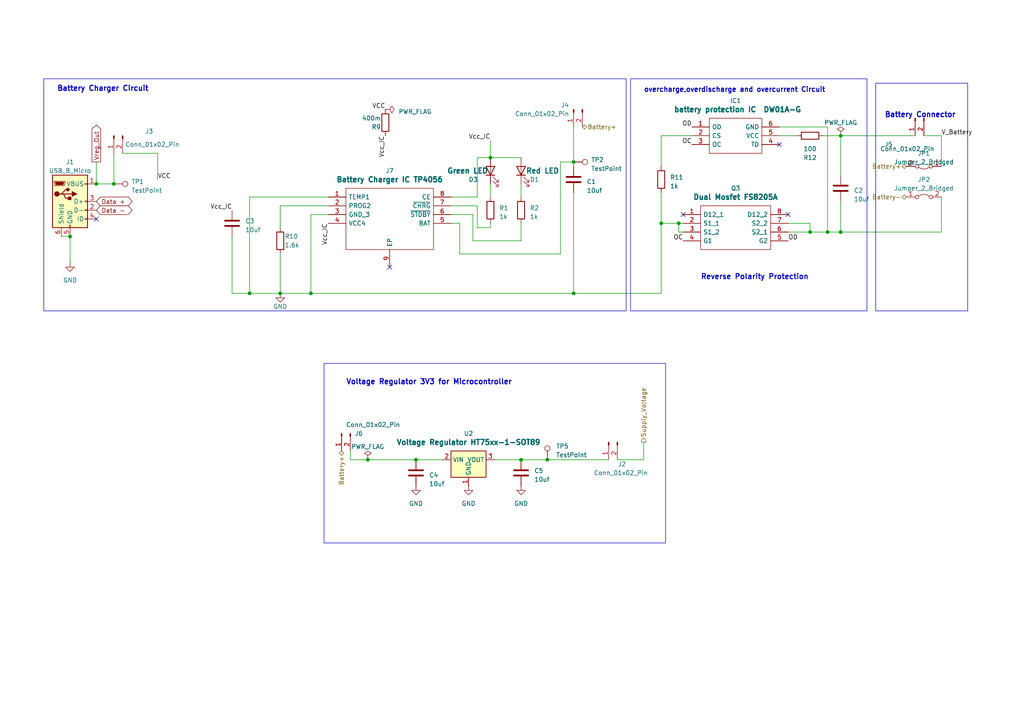
<source format=kicad_sch>
(kicad_sch (version 20230121) (generator eeschema)
  (paper "A4")
  (lib_symbols
    (symbol "Connector:Conn_01x02_Pin" (pin_names (offset 1.016) hide)
      (property "Reference" "J" (at 0 2.54 0))
      (property "Value" "Conn_01x02_Pin" (at 0 -5.08 0))
      (symbol "Conn_01x02_Pin_1_1"
        (polyline (pts (xy 1.27 -2.54) (xy 0.8636 -2.54)) (stroke (width 0.1524)))
        (polyline (pts (xy 1.27 0) (xy 0.8636 0)) (stroke (width 0.1524)))
        (rectangle (start 0.8636 -2.413) (end 0 -2.667) (stroke (width 0.1524)) (fill (type outline)))
        (rectangle (start 0.8636 0.127) (end 0 -0.127) (stroke (width 0.1524)) (fill (type outline)))
        (pin passive line (at 5.08 0 180) (length 3.81) (name "Pin_1") (number "1"))
        (pin passive line (at 5.08 -2.54 180) (length 3.81) (name "Pin_2") (number "2"))
      )
    )
    (symbol "Connector:TestPoint" (pin_numbers hide) (pin_names (offset 0.762) hide)
      (property "Reference" "TP" (at 0 6.858 0))
      (property "Value" "TestPoint" (at 0 5.08 0))
      (symbol "TestPoint_0_1"
        (circle (center 0 3.302) (radius 0.762))
      )
      (symbol "TestPoint_1_1"
        (pin passive line (at 0 0 90) (length 2.54) (name "1") (number "1"))
      )
    )
    (symbol "Connector:USB_B_Micro" (pin_names (offset 1.016))
      (property "Reference" "J" (at -5.08 11.43 0))
      (property "Value" "USB_B_Micro" (at -5.08 8.89 0))
      (symbol "USB_B_Micro_0_1"
        (rectangle (start -5.08 -7.62) (end 5.08 7.62) (stroke (width 0.254)) (fill (type background)))
        (circle (center -3.81 2.159) (radius 0.635) (stroke (width 0.254)) (fill (type outline)))
        (circle (center -0.635 3.429) (radius 0.381) (stroke (width 0.254)) (fill (type outline)))
        (rectangle (start -0.127 -7.62) (end 0.127 -6.858))
        (polyline (pts (xy -1.905 2.159) (xy 0.635 2.159)) (stroke (width 0.254)))
        (polyline (pts (xy -3.175 2.159) (xy -2.54 2.159) (xy -1.27 3.429) (xy -0.635 3.429)) (stroke (width 0.254)))
        (polyline (pts (xy -2.54 2.159) (xy -1.905 2.159) (xy -1.27 0.889) (xy 0 0.889)) (stroke (width 0.254)))
        (polyline (pts (xy 0.635 2.794) (xy 0.635 1.524) (xy 1.905 2.159) (xy 0.635 2.794)) (stroke (width 0.254)) (fill (type outline)))
        (polyline (pts (xy -4.318 5.588) (xy -1.778 5.588) (xy -2.032 4.826) (xy -4.064 4.826) (xy -4.318 5.588)) (fill (type outline)))
        (polyline (pts (xy -4.699 5.842) (xy -4.699 5.588) (xy -4.445 4.826) (xy -4.445 4.572) (xy -1.651 4.572) (xy -1.651 4.826) (xy -1.397 5.588) (xy -1.397 5.842) (xy -4.699 5.842)))
        (rectangle (start 0.254 1.27) (end -0.508 0.508) (stroke (width 0.254)) (fill (type outline)))
        (rectangle (start 5.08 -5.207) (end 4.318 -4.953))
        (rectangle (start 5.08 -2.667) (end 4.318 -2.413))
        (rectangle (start 5.08 -0.127) (end 4.318 0.127))
        (rectangle (start 5.08 4.953) (end 4.318 5.207))
      )
      (symbol "USB_B_Micro_1_1"
        (pin power_out line (at 7.62 5.08 180) (length 2.54) (name "VBUS") (number "1"))
        (pin bidirectional line (at 7.62 -2.54 180) (length 2.54) (name "D-") (number "2"))
        (pin bidirectional line (at 7.62 0 180) (length 2.54) (name "D+") (number "3"))
        (pin passive line (at 7.62 -5.08 180) (length 2.54) (name "ID") (number "4"))
        (pin power_out line (at 0 -10.16 90) (length 2.54) (name "GND") (number "5"))
        (pin passive line (at -2.54 -10.16 90) (length 2.54) (name "Shield") (number "6"))
      )
    )
    (symbol "DW01A-G:DW01A-G" (pin_names (offset 0.762))
      (property "Reference" "IC" (at 21.59 7.62 0))
      (property "Value" "DW01A-G" (at 21.59 5.08 0))
      (symbol "DW01A-G_0_0"
        (pin passive line (at 0 0 0) (length 5.08) (name "OD") (number "1"))
        (pin passive line (at 0 -2.54 0) (length 5.08) (name "CS") (number "2"))
        (pin passive line (at 0 -5.08 0) (length 5.08) (name "OC") (number "3"))
        (pin passive line (at 25.4 -5.08 180) (length 5.08) (name "TD") (number "4"))
        (pin passive line (at 25.4 -2.54 180) (length 5.08) (name "VCC") (number "5"))
        (pin passive line (at 25.4 0 180) (length 5.08) (name "GND") (number "6"))
      )
      (symbol "DW01A-G_0_1"
        (polyline (pts (xy 5.08 2.54) (xy 20.32 2.54) (xy 20.32 -7.62) (xy 5.08 -7.62) (xy 5.08 2.54)) (stroke (width 0.1524)))
      )
    )
    (symbol "Device:C" (pin_numbers hide) (pin_names (offset 0.254))
      (property "Reference" "C" (at 0.635 2.54 0))
      (property "Value" "C" (at 0.635 -2.54 0))
      (symbol "C_0_1"
        (polyline (pts (xy -2.032 -0.762) (xy 2.032 -0.762)) (stroke (width 0.508)))
        (polyline (pts (xy -2.032 0.762) (xy 2.032 0.762)) (stroke (width 0.508)))
      )
      (symbol "C_1_1"
        (pin passive line (at 0 3.81 270) (length 2.794) (name "~") (number "1"))
        (pin passive line (at 0 -3.81 90) (length 2.794) (name "~") (number "2"))
      )
    )
    (symbol "Device:LED" (pin_numbers hide) (pin_names (offset 1.016) hide)
      (property "Reference" "D" (at 0 2.54 0))
      (property "Value" "LED" (at 0 -2.54 0))
      (symbol "LED_0_1"
        (polyline (pts (xy -1.27 -1.27) (xy -1.27 1.27)) (stroke (width 0.254)))
        (polyline (pts (xy -1.27 0) (xy 1.27 0)))
        (polyline (pts (xy 1.27 -1.27) (xy 1.27 1.27) (xy -1.27 0) (xy 1.27 -1.27)) (stroke (width 0.254)))
        (polyline (pts (xy -3.048 -0.762) (xy -4.572 -2.286) (xy -3.81 -2.286) (xy -4.572 -2.286) (xy -4.572 -1.524)))
        (polyline (pts (xy -1.778 -0.762) (xy -3.302 -2.286) (xy -2.54 -2.286) (xy -3.302 -2.286) (xy -3.302 -1.524)))
      )
      (symbol "LED_1_1"
        (pin passive line (at -3.81 0 0) (length 2.54) (name "K") (number "1"))
        (pin passive line (at 3.81 0 180) (length 2.54) (name "A") (number "2"))
      )
    )
    (symbol "Device:R" (pin_numbers hide) (pin_names (offset 0))
      (property "Reference" "R" (at 2.032 0 90))
      (property "Value" "R" (at 0 0 90))
      (symbol "R_0_1"
        (rectangle (start -1.016 -2.54) (end 1.016 2.54) (stroke (width 0.254)))
      )
      (symbol "R_1_1"
        (pin passive line (at 0 3.81 270) (length 1.27) (name "~") (number "1"))
        (pin passive line (at 0 -3.81 90) (length 1.27) (name "~") (number "2"))
      )
    )
    (symbol "FS8205A:FS8205A" (pin_names (offset 0.762))
      (property "Reference" "Q" (at 26.67 7.62 0))
      (property "Value" "FS8205A" (at 26.67 5.08 0))
      (symbol "FS8205A_0_0"
        (pin passive line (at 0 0 0) (length 5.08) (name "D12_1") (number "1"))
        (pin passive line (at 0 -2.54 0) (length 5.08) (name "S1_1") (number "2"))
        (pin passive line (at 0 -5.08 0) (length 5.08) (name "S1_2") (number "3"))
        (pin passive line (at 0 -7.62 0) (length 5.08) (name "G1") (number "4"))
        (pin passive line (at 30.48 -7.62 180) (length 5.08) (name "G2") (number "5"))
        (pin passive line (at 30.48 -5.08 180) (length 5.08) (name "S2_1") (number "6"))
        (pin passive line (at 30.48 -2.54 180) (length 5.08) (name "S2_2") (number "7"))
        (pin passive line (at 30.48 0 180) (length 5.08) (name "D12_2") (number "8"))
      )
      (symbol "FS8205A_0_1"
        (polyline (pts (xy 5.08 2.54) (xy 25.4 2.54) (xy 25.4 -10.16) (xy 5.08 -10.16) (xy 5.08 2.54)) (stroke (width 0.1524)))
      )
    )
    (symbol "Jumper:Jumper_2_Bridged" (pin_names (offset 0) hide)
      (property "Reference" "JP" (at 0 1.905 0))
      (property "Value" "Jumper_2_Bridged" (at 0 -2.54 0))
      (symbol "Jumper_2_Bridged_0_0"
        (circle (center -2.032 0) (radius 0.508))
        (circle (center 2.032 0) (radius 0.508))
      )
      (symbol "Jumper_2_Bridged_0_1"
        (arc (start 1.524 0.254) (mid 0 0.762) (end -1.524 0.254))
      )
      (symbol "Jumper_2_Bridged_1_1"
        (pin passive line (at -5.08 0 0) (length 2.54) (name "A") (number "1"))
        (pin passive line (at 5.08 0 180) (length 2.54) (name "B") (number "2"))
      )
    )
    (symbol "Regulator_Linear:HT75xx-1-SOT89"
      (property "Reference" "U" (at -5.08 -3.81 0))
      (property "Value" "HT75xx-1-SOT89" (at 0 6.35 0))
      (symbol "HT75xx-1-SOT89_0_1"
        (rectangle (start -5.08 5.08) (end 5.08 -2.54) (stroke (width 0.254)) (fill (type background)))
      )
      (symbol "HT75xx-1-SOT89_1_1"
        (pin power_in line (at 0 -5.08 90) (length 2.54) (name "GND") (number "1"))
        (pin power_in line (at -7.62 2.54 0) (length 2.54) (name "VIN") (number "2"))
        (pin power_out line (at 7.62 2.54 180) (length 2.54) (name "VOUT") (number "3"))
      )
    )
    (symbol "TP4056_1" (pin_names (offset 0.762))
      (property "Reference" "J" (at 31.75 7.62 0))
      (property "Value" "TP4056" (at 31.75 5.08 0))
      (symbol "TP4056_1_0_0"
        (pin passive line (at 0 0 0) (length 5.08) (name "TEMP1") (number "1"))
        (pin passive line (at 0 -2.54 0) (length 5.08) (name "PROG2") (number "2"))
        (pin passive line (at 0 -5.08 0) (length 5.08) (name "GND_3") (number "3"))
        (pin passive line (at 0 -7.62 0) (length 5.08) (name "VCC4") (number "4"))
        (pin passive line (at 35.56 -7.62 180) (length 5.08) (name "BAT") (number "5"))
        (pin passive line (at 35.56 -5.08 180) (length 5.08) (name "~{STDBY}") (number "6"))
        (pin passive line (at 35.56 -2.54 180) (length 5.08) (name "~{CHRG}") (number "7"))
        (pin passive line (at 35.56 0 180) (length 5.08) (name "CE") (number "8"))
        (pin passive line (at 17.78 -20.32 90) (length 5.08) (name "EP") (number "9"))
      )
      (symbol "TP4056_1_0_1"
        (polyline (pts (xy 5.08 2.54) (xy 30.48 2.54) (xy 30.48 -15.24) (xy 5.08 -15.24) (xy 5.08 2.54)) (stroke (width 0.1524)))
      )
    )
    (symbol "power:GND" (power) (pin_names (offset 0))
      (property "Value" "GND" (at 0 -3.81 0))
      (symbol "GND_0_1"
        (polyline (pts (xy 0 0) (xy 0 -1.27) (xy 1.27 -1.27) (xy 0 -2.54) (xy -1.27 -1.27) (xy 0 -1.27)))
      )
      (symbol "GND_1_1"
        (pin power_in line (at 0 0 270) (length 0) hide (name "GND") (number "1"))
      )
    )
    (symbol "power:PWR_FLAG" (power) (pin_numbers hide) (pin_names (offset 0) hide)
      (property "Value" "PWR_FLAG" (at 0 3.81 0))
      (symbol "PWR_FLAG_0_0"
        (pin power_out line (at 0 0 90) (length 0) (name "pwr") (number "1"))
      )
      (symbol "PWR_FLAG_0_1"
        (polyline (pts (xy 0 0) (xy 0 1.27) (xy -1.016 1.905) (xy 0 2.54) (xy 1.016 1.905) (xy 0 1.27)))
      )
    )
  )
  (junction (at 166.37 85.09))
  (junction (at 151.13 133.35))
  (junction (at 234.95 67.31))
  (junction (at 72.39 85.09))
  (junction (at 20.32 68.58))
  (junction (at 158.75 133.35))
  (junction (at 243.84 39.37))
  (junction (at 33.02 53.34))
  (junction (at 81.28 85.09))
  (junction (at 166.37 46.99))
  (junction (at 191.77 64.77))
  (junction (at 90.17 85.09))
  (junction (at 27.94 53.34))
  (junction (at 142.24 45.72))
  (junction (at 120.65 133.35))
  (junction (at 243.84 67.31))
  (junction (at 196.85 64.77))
  (junction (at 240.03 67.31))
  (junction (at 106.68 133.35))
  (no_connect (at 113.03 77.47))
  (no_connect (at 228.6 62.23))
  (no_connect (at 226.06 41.91))
  (no_connect (at 27.94 63.5))
  (no_connect (at 198.12 62.23))
  (wire (pts (xy 243.84 39.37) (xy 243.84 50.8)))
  (wire (pts (xy 196.85 64.77) (xy 198.12 64.77)))
  (wire (pts (xy 142.24 53.34) (xy 142.24 57.15)))
  (wire (pts (xy 137.16 62.23) (xy 137.16 69.85)))
  (wire (pts (xy 234.95 67.31) (xy 240.03 67.31)))
  (wire (pts (xy 138.43 66.04) (xy 142.24 66.04)))
  (wire (pts (xy 228.6 64.77) (xy 234.95 64.77)))
  (wire (pts (xy 133.35 64.77) (xy 133.35 73.66)))
  (wire (pts (xy 106.68 133.35) (xy 120.65 133.35)))
  (wire (pts (xy 72.39 85.09) (xy 81.28 85.09)))
  (wire (pts (xy 142.24 64.77) (xy 142.24 66.04)))
  (wire (pts (xy 138.43 57.15) (xy 138.43 45.72)))
  (wire (pts (xy 35.56 44.45) (xy 45.72 44.45)))
  (wire (pts (xy 101.6 130.81) (xy 101.6 133.35)))
  (wire (pts (xy 95.25 59.69) (xy 81.28 59.69)))
  (wire (pts (xy 142.24 45.72) (xy 151.13 45.72)))
  (wire (pts (xy 186.69 128.27) (xy 186.69 133.35)))
  (wire (pts (xy 95.25 62.23) (xy 90.17 62.23)))
  (wire (pts (xy 240.03 36.83) (xy 240.03 67.31)))
  (wire (pts (xy 273.05 39.37) (xy 273.05 48.26)))
  (wire (pts (xy 67.31 85.09) (xy 72.39 85.09)))
  (wire (pts (xy 179.07 133.35) (xy 186.69 133.35)))
  (wire (pts (xy 191.77 64.77) (xy 196.85 64.77)))
  (wire (pts (xy 17.78 68.58) (xy 20.32 68.58)))
  (wire (pts (xy 90.17 85.09) (xy 166.37 85.09)))
  (wire (pts (xy 143.51 133.35) (xy 151.13 133.35)))
  (wire (pts (xy 81.28 73.66) (xy 81.28 85.09)))
  (wire (pts (xy 27.94 53.34) (xy 33.02 53.34)))
  (wire (pts (xy 158.75 133.35) (xy 176.53 133.35)))
  (wire (pts (xy 133.35 73.66) (xy 162.56 73.66)))
  (wire (pts (xy 166.37 85.09) (xy 191.77 85.09)))
  (wire (pts (xy 90.17 62.23) (xy 90.17 85.09)))
  (wire (pts (xy 191.77 39.37) (xy 191.77 48.26)))
  (wire (pts (xy 130.81 57.15) (xy 138.43 57.15)))
  (wire (pts (xy 243.84 67.31) (xy 273.05 67.31)))
  (wire (pts (xy 45.72 44.45) (xy 45.72 52.07)))
  (wire (pts (xy 267.97 39.37) (xy 273.05 39.37)))
  (wire (pts (xy 162.56 46.99) (xy 166.37 46.99)))
  (wire (pts (xy 130.81 59.69) (xy 138.43 59.69)))
  (wire (pts (xy 67.31 68.58) (xy 67.31 85.09)))
  (wire (pts (xy 166.37 36.83) (xy 166.37 46.99)))
  (wire (pts (xy 238.76 39.37) (xy 243.84 39.37)))
  (wire (pts (xy 226.06 36.83) (xy 240.03 36.83)))
  (wire (pts (xy 234.95 64.77) (xy 234.95 67.31)))
  (wire (pts (xy 33.02 44.45) (xy 33.02 53.34)))
  (wire (pts (xy 142.24 40.64) (xy 142.24 45.72)))
  (wire (pts (xy 228.6 67.31) (xy 234.95 67.31)))
  (wire (pts (xy 138.43 59.69) (xy 138.43 66.04)))
  (wire (pts (xy 200.66 39.37) (xy 191.77 39.37)))
  (wire (pts (xy 198.12 67.31) (xy 196.85 67.31)))
  (wire (pts (xy 243.84 58.42) (xy 243.84 67.31)))
  (wire (pts (xy 20.32 68.58) (xy 20.32 76.2)))
  (wire (pts (xy 166.37 55.88) (xy 166.37 85.09)))
  (wire (pts (xy 166.37 48.26) (xy 166.37 46.99)))
  (wire (pts (xy 81.28 59.69) (xy 81.28 66.04)))
  (wire (pts (xy 130.81 64.77) (xy 133.35 64.77)))
  (wire (pts (xy 196.85 64.77) (xy 196.85 67.31)))
  (wire (pts (xy 191.77 55.88) (xy 191.77 64.77)))
  (wire (pts (xy 138.43 45.72) (xy 142.24 45.72)))
  (wire (pts (xy 273.05 57.15) (xy 273.05 67.31)))
  (wire (pts (xy 27.94 46.99) (xy 27.94 53.34)))
  (wire (pts (xy 81.28 85.09) (xy 90.17 85.09)))
  (wire (pts (xy 243.84 39.37) (xy 265.43 39.37)))
  (wire (pts (xy 151.13 64.77) (xy 151.13 69.85)))
  (wire (pts (xy 137.16 69.85) (xy 151.13 69.85)))
  (wire (pts (xy 191.77 64.77) (xy 191.77 85.09)))
  (wire (pts (xy 101.6 133.35) (xy 106.68 133.35)))
  (wire (pts (xy 95.25 57.15) (xy 72.39 57.15)))
  (wire (pts (xy 130.81 62.23) (xy 137.16 62.23)))
  (wire (pts (xy 226.06 39.37) (xy 231.14 39.37)))
  (wire (pts (xy 151.13 53.34) (xy 151.13 57.15)))
  (wire (pts (xy 162.56 73.66) (xy 162.56 46.99)))
  (wire (pts (xy 240.03 67.31) (xy 243.84 67.31)))
  (wire (pts (xy 72.39 57.15) (xy 72.39 85.09)))
  (wire (pts (xy 120.65 133.35) (xy 128.27 133.35)))
  (wire (pts (xy 151.13 133.35) (xy 158.75 133.35)))
  (rectangle (start 182.88 22.86) (end 251.46 90.17))
  (rectangle (start 254 24.13) (end 280.67 90.17))
  (rectangle (start 12.7 22.86) (end 181.61 90.17))
  (rectangle (start 93.98 105.41) (end 193.04 157.48))
  (text "Battery Charger Circuit" (at 16.51 26.67 0) (effects (font (size 1.5 1.5) (thickness 0.3) bold) (justify left bottom)))
  (text "overcharge,overdischarge and overcurrent Circuit\n \n" (at 186.69 29.21 0) (effects (font (size 1.4 1.4) (thickness 0.28) bold) (justify left bottom)))
  (text "Battery Connector" (at 256.54 34.29 0) (effects (font (size 1.5 1.5) (thickness 0.3) bold) (justify left bottom)))
  (text "Reverse Polarity Protection\n" (at 203.2 81.28 0) (effects (font (size 1.5 1.5) (thickness 0.28) bold) (justify left bottom)))
  (text "Voltage Regulator 3V3 for Microcontroller" (at 100.33 111.76 0) (effects (font (size 1.5 1.5) (thickness 0.3) bold) (justify left bottom)))
  (label "Vcc_IC" (at 67.31 60.96 180))
  (label "OD" (at 228.6 69.85 0))
  (label "OD" (at 200.66 36.83 180))
  (label "VCC" (at 111.76 31.75 180))
  (label "VCC" (at 45.72 52.07 0))
  (label "OC" (at 200.66 41.91 180))
  (label "Vcc_IC" (at 111.76 39.37 270))
  (label "Vcc_IC" (at 142.24 40.64 180))
  (label "Vcc_IC" (at 95.25 64.77 270))
  (label "V_Battery" (at 273.05 39.37 0))
  (label "OC" (at 198.12 69.85 180))
  (global_label "Data -" (shape bidirectional) (at 27.94 60.96 0) (property "Intersheetrefs" "${INTERSHEET_REFS}" (effects hide)))
  (global_label "Data +" (shape bidirectional) (at 27.94 58.42 0) (property "Intersheetrefs" "${INTERSHEET_REFS}" (effects hide)))
  (global_label "Vreg_Out" (shape output) (at 27.94 46.99 90) (property "Intersheetrefs" "${INTERSHEET_REFS}" (effects hide)))
  (hierarchical_label "Battery-" (shape bidirectional) (at 262.89 57.15 180))
  (hierarchical_label "Battery+" (shape bidirectional) (at 262.89 48.26 180))
  (hierarchical_label "Battery+" (shape bidirectional) (at 99.06 130.81 270))
  (hierarchical_label "Supply_Voltage" (shape output) (at 186.69 128.27 90))
  (hierarchical_label "Battery+" (shape bidirectional) (at 168.91 36.83 0))
  (symbol (lib_id "Device:R") (at 234.95 39.37 90) (unit 1)
    (property "Reference" "R12" (at 234.95 45.72 90))
    (property "Value" "100" (at 234.95 43.18 90))
    (property "Footprint" "Resistor_THT:R_Axial_DIN0207_L6.3mm_D2.5mm_P10.16mm_Horizontal" (effects hide))
    (property "Prices" "$0.0005" (effects hide))
    (property "Suppliers" "JLCPCB Parts" (effects hide))
    (property "Description" "62.5mW 50V ±1% ±200ppm/℃ -55℃~+155℃ 1.1kΩ 0402 Chip Resistor - Surface Mount ROHS" (effects hide))
    (property "Manufacturer_Part_Number" "C286552" (effects hide))
    (instances (project "EEE3088F_Schematic" (path "" (reference "R12") (unit 1))) (project "overall scematic" (path "" (reference "R6") (unit 1))))
  )
  (symbol (lib_id "power:PWR_FLAG") (at 111.76 31.75 270) (unit 1)
    (property "Reference" "#FLG02" (effects hide))
    (property "Value" "PWR_FLAG" (at 115.57 32.385 90) (effects (justify left)))
    (instances (project "EEE3088F_Schematic" (path "" (reference "#FLG02") (unit 1))) (project "overall scematic" (path "" (reference "#FLG04") (unit 1))))
  )
  (symbol (lib_id "power:GND") (at 151.13 140.97 0) (unit 1)
    (property "Reference" "#PWR08" (effects hide))
    (property "Value" "GND" (at 151.13 146.05 0))
    (instances (project "EEE3088F_Schematic" (path "" (reference "#PWR08") (unit 1))) (project "overall scematic" (path "" (reference "#PWR05") (unit 1))))
  )
  (symbol (lib_id "power:GND") (at 81.28 85.09 0) (unit 1)
    (property "Reference" "#PWR01" (effects hide))
    (property "Value" "GND" (at 81.28 88.9 0))
    (instances (project "EEE3088F_Schematic" (path "" (reference "#PWR01") (unit 1))) (project "overall scematic" (path "" (reference "#PWR02") (unit 1))))
  )
  (symbol (lib_id "Connector:USB_B_Micro") (at 20.32 58.42 0) (unit 1)
    (property "Reference" "J1" (at 20.32 46.99 0))
    (property "Value" "USB_B_Micro" (at 20.32 49.53 0))
    (property "Footprint" "Connector_USB:USB_Micro-B_Amphenol_10118194_Horizontal" (effects hide))
    (property "Prices" " $0.5924" (effects hide))
    (property "Suppliers" "JLCPCB Parts" (effects hide))
  )
  (symbol (lib_id "FS8205A:FS8205A") (at 198.12 62.23 0) (unit 1)
    (property "Reference" "Q3" (at 213.36 54.61 0))
    (property "Value" "Dual Mosfet FS8205A" (at 213.36 57.15 0) (effects (font (size 1.5 1.5) bold)))
    (property "Datasheet" "http://www.ic-fortune.com/upload/Download/FS8205A-DS-12_EN.pdf" (effects hide))
    (property "Description" "Dual N-Channel Enahncement Mode Power MOSFET" (effects hide))
    (property "Height" "1.2" (effects hide))
    (property "Manufacturer_Name" "fortune" (effects hide))
    (property "Manufacturer_Part_Number" "FS8205A" (effects hide))
    (instances (project "EEE3088F_Schematic" (path "" (reference "Q3") (unit 1))) (project "overall scematic" (path "" (reference "Q1") (unit 1))))
  )
  (symbol (lib_id "Connector:Conn_01x02_Pin") (at 33.02 39.37 90) (mirror x) (unit 1)
    (property "Reference" "J3" (at 44.45 38.1 90) (effects (justify left)))
    (property "Value" "Conn_01x02_Pin" (at 52.07 41.91 90) (effects (justify left)))
    (property "Footprint" "Connector_PinHeader_2.54mm:PinHeader_1x02_P2.54mm_Horizontal" (effects hide))
    (property "Datasheet" "https://datasheet.lcsc.com/lcsc/2207291800_ZHOURI-2-54-1-2_C5116481.pdf" (effects hide))
    (property "Description" "Plugin,P=2.54mm Pin Headers ROHS" (effects hide))
    (property "Manufacturer_Part_Number" "C5116481" (effects hide))
    (property "Prices" "$0.0206" (effects hide))
    (property "Suppliers" "JLCPCB Parts" (effects hide))
    (instances (project "EEE3088F_Schematic" (path "" (reference "J3") (unit 1))) (project "overall scematic" (path "" (reference "J2") (unit 1))))
  )
  (symbol (lib_id "Connector:TestPoint") (at 33.02 53.34 270) (unit 1)
    (property "Reference" "TP1" (at 38.1 52.705 90) (effects (justify left)))
    (property "Value" "TestPoint" (at 38.1 55.245 90) (effects (justify left)))
  )
  (symbol (lib_name "TP4056_1") (lib_id "TP4056:TP4056") (at 95.25 57.15 0) (unit 1)
    (property "Reference" "J7" (at 113.03 49.53 0))
    (property "Value" "Battery Charger IC TP4056" (at 113.03 52.07 0) (effects (font (size 1.5 1.5) bold)))
    (property "Datasheet" "https://dlnmh9ip6v2uc.cloudfront.net/datasheets/Prototyping/TP4056.pdf" (effects hide))
    (property "Description" "1A Standalone Linear Li-lon Battery Charger, SOP-8" (effects hide))
    (property "Height" "1.75" (effects hide))
    (property "Manufacturer_Name" "NanJing Top Power" (effects hide))
    (property "Manufacturer_Part_Number" "TP4056" (effects hide))
    (instances (project "EEE3088F_Schematic" (path "" (reference "J7") (unit 1))) (project "overall scematic" (path "" (reference "J3") (unit 1))))
  )
  (symbol (lib_id "Connector:Conn_01x02_Pin") (at 99.06 125.73 90) (mirror x) (unit 1)
    (property "Reference" "J6" (at 102.87 125.73 90) (effects (justify right)))
    (property "Value" "Conn_01x02_Pin" (at 100.33 123.19 90) (effects (justify right)))
    (property "Footprint" "Connector_PinHeader_2.54mm:PinHeader_1x02_P2.54mm_Horizontal" (effects hide))
    (property "Datasheet" "https://datasheet.lcsc.com/lcsc/2207291800_ZHOURI-2-54-1-2_C5116481.pdf" (effects hide))
    (property "Description" "Plugin,P=2.54mm Pin Headers ROHS" (effects hide))
    (property "Manufacturer_Part_Number" "C5116481" (effects hide))
    (property "Prices" "$0.0206" (effects hide))
    (property "Suppliers" "JLCPCB Parts" (effects hide))
    (instances (project "EEE3088F_Schematic" (path "" (reference "J6") (unit 1))) (project "overall scematic" (path "" (reference "J4") (unit 1))))
  )
  (symbol (lib_id "Device:R") (at 151.13 60.96 0) (unit 1)
    (property "Reference" "R2" (at 153.67 60.325 0) (effects (justify left)))
    (property "Value" "1k" (at 153.67 62.865 0) (effects (justify left)))
    (property "Footprint" "Resistor_THT:R_Axial_DIN0207_L6.3mm_D2.5mm_P10.16mm_Horizontal" (effects hide))
    (property "Prices" "$0.0005" (effects hide))
    (property "Suppliers" "JLCPCB Parts" (effects hide))
    (property "Description" "62.5mW 50V ±1% ±200ppm/℃ -55℃~+155℃ 1.1kΩ 0402 Chip Resistor - Surface Mount ROHS" (effects hide))
    (property "Manufacturer_Part_Number" "C286552" (effects hide))
    (instances (project "EEE3088F_Schematic" (path "" (reference "R2") (unit 1))) (project "overall scematic" (path "" (reference "R4") (unit 1))))
  )
  (symbol (lib_id "Connector:TestPoint") (at 166.37 46.99 270) (unit 1)
    (property "Reference" "TP2" (at 171.45 46.355 90) (effects (justify left)))
    (property "Value" "TestPoint" (at 171.45 48.895 90) (effects (justify left)))
    (instances (project "EEE3088F_Schematic" (path "" (reference "TP2") (unit 1))) (project "overall scematic" (path "" (reference "TP3") (unit 1))))
  )
  (symbol (lib_id "Device:R") (at 191.77 52.07 0) (unit 1)
    (property "Reference" "R11" (at 194.31 51.435 0) (effects (justify left)))
    (property "Value" "1k" (at 194.31 53.975 0) (effects (justify left)))
    (property "Footprint" "Resistor_THT:R_Axial_DIN0207_L6.3mm_D2.5mm_P10.16mm_Horizontal" (effects hide))
    (property "Prices" "$0.0005" (effects hide))
    (property "Suppliers" "JLCPCB Parts" (effects hide))
    (property "Description" "62.5mW 50V ±1% ±200ppm/℃ -55℃~+155℃ 1.1kΩ 0402 Chip Resistor - Surface Mount ROHS" (effects hide))
    (property "Manufacturer_Part_Number" "C286552" (effects hide))
    (instances (project "EEE3088F_Schematic" (path "" (reference "R11") (unit 1))) (project "overall scematic" (path "" (reference "R5") (unit 1))))
  )
  (symbol (lib_id "Device:C") (at 67.31 64.77 0) (unit 1)
    (property "Reference" "C3" (at 71.12 64.135 0) (effects (justify left)))
    (property "Value" "10uf" (at 71.12 66.675 0) (effects (justify left)))
    (property "Footprint" "Capacitor_SMD:C_0402_1005Metric" (effects hide))
    (property "Datasheet" "https://datasheet.lcsc.com/lcsc/2208231630_Samsung-Electro-Mechanics-CL05A106MQ5NUNC_C15525.pdf" (effects hide))
    (property "Prices" " $0.0056 " (effects hide))
    (property "Suppliers" "JLCPCB Parts" (effects hide))
    (property "Manufacturer_Part_Number" "C15525" (effects hide))
    (property "Description" "6.3V 10.uF X5R ±20% 0402 Multilayer Ceramic Capacitors MLCC - SMD/SMT ROHS" (effects hide))
    (instances (project "EEE3088F_Schematic" (path "" (reference "C3") (unit 1))) (project "overall scematic" (path "" (reference "C1") (unit 1))))
  )
  (symbol (lib_id "Jumper:Jumper_2_Bridged") (at 267.97 48.26 180) (unit 1)
    (property "Reference" "JP1" (at 267.97 44.45 0))
    (property "Value" "Jumper_2_Bridged" (at 267.97 46.99 0))
  )
  (symbol (lib_id "Device:C") (at 151.13 137.16 0) (unit 1)
    (property "Reference" "C5" (at 154.94 136.525 0) (effects (justify left)))
    (property "Value" "10uf" (at 154.94 139.065 0) (effects (justify left)))
    (property "Footprint" "Capacitor_SMD:C_0402_1005Metric" (effects hide))
    (property "Datasheet" "https://datasheet.lcsc.com/lcsc/1810191211_Samsung-Electro-Mechanics-CL05A475MP5NRNC_C23733.pdf" (effects hide))
    (property "Prices" " $0.0060 " (effects hide))
    (property "Suppliers" "JLCPCB Parts" (effects hide))
    (property "Description" "10V 4.7uF X5R ±20% 0402 Multilayer Ceramic Capacitors MLCC - SMD/SMT ROHS" (effects hide))
    (property "Manufacturer_Part_Number" "C23733" (effects hide))
    (instances (project "EEE3088F_Schematic" (path "" (reference "C5") (unit 1))) (project "overall scematic" (path "" (reference "C3") (unit 1))))
  )
  (symbol (lib_id "Jumper:Jumper_2_Bridged") (at 267.97 57.15 0) (unit 1)
    (property "Reference" "JP2" (at 267.97 52.07 0))
    (property "Value" "Jumper_2_Bridged" (at 267.97 54.61 0))
  )
  (symbol (lib_id "Connector:Conn_01x02_Pin") (at 176.53 128.27 90) (mirror x) (unit 1)
    (property "Reference" "J2" (at 181.61 134.62 90) (effects (justify left)))
    (property "Value" "Conn_01x02_Pin" (at 187.96 137.16 90) (effects (justify left)))
    (property "Footprint" "Connector_PinHeader_2.54mm:PinHeader_1x02_P2.54mm_Horizontal" (effects hide))
    (property "Datasheet" "https://datasheet.lcsc.com/lcsc/2207291800_ZHOURI-2-54-1-2_C5116481.pdf" (effects hide))
    (property "Description" "Plugin,P=2.54mm Pin Headers ROHS" (effects hide))
    (property "Manufacturer_Part_Number" "C5116481" (effects hide))
    (property "Prices" "$0.0206" (effects hide))
    (property "Suppliers" "JLCPCB Parts" (effects hide))
    (instances (project "EEE3088F_Schematic" (path "" (reference "J2") (unit 1))) (project "overall scematic" (path "" (reference "J6") (unit 1))))
  )
  (symbol (lib_id "power:PWR_FLAG") (at 106.68 133.35 0) (unit 1)
    (property "Reference" "#FLG01" (effects hide))
    (property "Value" "PWR_FLAG" (at 106.68 129.54 0))
    (instances (project "EEE3088F_Schematic" (path "" (reference "#FLG01") (unit 1))) (project "overall scematic" (path "" (reference "#FLG03") (unit 1))))
  )
  (symbol (lib_id "Device:C") (at 120.65 137.16 0) (unit 1)
    (property "Reference" "C4" (at 124.46 137.795 0) (effects (justify left)))
    (property "Value" "10uf" (at 124.46 140.335 0) (effects (justify left)))
    (property "Footprint" "Capacitor_SMD:C_0402_1005Metric" (effects hide))
    (property "Datasheet" "https://datasheet.lcsc.com/lcsc/1810191211_Samsung-Electro-Mechanics-CL05A475MP5NRNC_C23733.pdf" (effects hide))
    (property "Prices" " $0.0060 " (effects hide))
    (property "Suppliers" "JLCPCB Parts" (effects hide))
    (property "Manufacturer_Part_Number" "C23733" (effects hide))
    (property "Description" "10V 4.7uF X5R ±20% 0402 Multilayer Ceramic Capacitors MLCC - SMD/SMT ROHS" (effects hide))
    (instances (project "EEE3088F_Schematic" (path "" (reference "C4") (unit 1))) (project "overall scematic" (path "" (reference "C2") (unit 1))))
  )
  (symbol (lib_id "Device:R") (at 81.28 69.85 0) (unit 1)
    (property "Reference" "R10" (at 82.55 68.58 0) (effects (justify left)))
    (property "Value" "1.6k" (at 82.55 71.12 0) (effects (justify left)))
    (property "Footprint" "Resistor_THT:R_Axial_DIN0207_L6.3mm_D2.5mm_P10.16mm_Horizontal" (effects hide))
    (property "Prices" "$0.3303 " (effects hide))
    (property "Suppliers" "JLCPCB Parts" (effects hide))
    (property "Description" "62.5mW Metal Film Resistors 50V ±25ppm/℃ ±0.1% -55℃~+155℃ 1.6kΩ 0402 Chip Resistor - Surface Mount ROHS" (effects hide))
    (property "Manufacturer_Part_Number" "C186142" (effects hide))
    (instances (project "EEE3088F_Schematic" (path "" (reference "R10") (unit 1))) (project "overall scematic" (path "" (reference "R1") (unit 1))))
  )
  (symbol (lib_id "Connector:TestPoint") (at 158.75 133.35 0) (unit 1)
    (property "Reference" "TP5" (at 161.29 129.413 0) (effects (justify left)))
    (property "Value" "TestPoint" (at 161.29 131.953 0) (effects (justify left)))
    (instances (project "EEE3088F_Schematic" (path "" (reference "TP5") (unit 1))) (project "overall scematic" (path "" (reference "TP2") (unit 1))))
  )
  (symbol (lib_id "Device:LED") (at 142.24 49.53 90) (unit 1)
    (property "Reference" "D3" (at 135.89 52.07 90) (effects (justify right)))
    (property "Value" "Green LED" (at 129.54 49.53 90) (effects (font (size 1.5 1.5) bold) (justify right)))
    (property "Footprint" "Diode_SMD:D_0805_2012Metric" (effects hide))
    (property "Datasheet" "https://nw.jlcerp.com/overseas-manage/pdfjs/web/viewer.html?file=%2Foverseas-manage%2Femail%2FdownloadByFileNo%3FfileNo%3D94529e18c5284a3081d8a14987ad6aeb%26type%3D1" (effects hide))
    (property "Prices" "$0.0159 " (effects hide))
    (property "Suppliers" "JLCPCB Parts" (effects hide))
    (property "Description" "0805 white （300-360mcd) Light Emitting Diodes (LED) ROHS" (effects hide))
    (property "Manufacturer_Part_Number" "C34499 " (effects hide))
    (instances (project "EEE3088F_Schematic" (path "" (reference "D3") (unit 1))) (project "overall scematic" (path "" (reference "D1") (unit 1))))
  )
  (symbol (lib_id "power:GND") (at 20.32 76.2 0) (unit 1)
    (property "Reference" "#PWR05" (effects hide))
    (property "Value" "GND" (at 20.32 81.28 0))
    (instances (project "EEE3088F_Schematic" (path "" (reference "#PWR05") (unit 1))) (project "overall scematic" (path "" (reference "#PWR01") (unit 1))))
  )
  (symbol (lib_id "Device:C") (at 243.84 54.61 0) (unit 1)
    (property "Reference" "C2" (at 247.65 55.245 0) (effects (justify left)))
    (property "Value" "10uf" (at 247.65 57.785 0) (effects (justify left)))
    (property "Footprint" "Capacitor_SMD:C_0402_1005Metric" (effects hide))
    (property "Datasheet" "https://datasheet.lcsc.com/lcsc/2208231630_Samsung-Electro-Mechanics-CL05A106MQ5NUNC_C15525.pdf" (effects hide))
    (property "Prices" " $0.0056 " (effects hide))
    (property "Suppliers" "JLCPCB Parts" (effects hide))
    (property "Manufacturer_Part_Number" "C15525" (effects hide))
    (property "Description" "6.3V 10.uF X5R ±20% 0402 Multilayer Ceramic Capacitors MLCC - SMD/SMT ROHS" (effects hide))
    (instances (project "EEE3088F_Schematic" (path "" (reference "C2") (unit 1))) (project "overall scematic" (path "" (reference "C6") (unit 1))))
  )
  (symbol (lib_id "power:GND") (at 120.65 140.97 0) (unit 1)
    (property "Reference" "#PWR07" (effects hide))
    (property "Value" "GND" (at 120.65 146.05 0))
    (instances (project "EEE3088F_Schematic" (path "" (reference "#PWR07") (unit 1))) (project "overall scematic" (path "" (reference "#PWR03") (unit 1))))
  )
  (symbol (lib_id "Connector:Conn_01x02_Pin") (at 265.43 34.29 90) (mirror x) (unit 1)
    (property "Reference" "J5" (at 256.54 41.91 90) (effects (justify right)))
    (property "Value" "Conn_01x02_Pin" (at 255.27 43.18 90) (effects (justify right)))
    (property "Footprint" "Connector_PinHeader_2.54mm:PinHeader_1x02_P2.54mm_Horizontal" (effects hide))
    (property "Datasheet" "https://datasheet.lcsc.com/lcsc/2207291800_ZHOURI-2-54-1-2_C5116481.pdf" (effects hide))
    (property "Description" "Plugin,P=2.54mm Pin Headers ROHS" (effects hide))
    (property "Manufacturer_Part_Number" "C5116481" (effects hide))
    (property "Prices" "$0.0206" (effects hide))
    (property "Suppliers" "JLCPCB Parts" (effects hide))
    (instances (project "EEE3088F_Schematic" (path "" (reference "J5") (unit 1))) (project "overall scematic" (path "" (reference "J7") (unit 1))))
  )
  (symbol (lib_id "Device:R") (at 111.76 35.56 180) (unit 1)
    (property "Reference" "R9" (at 110.49 36.83 0) (effects (justify left)))
    (property "Value" "400m" (at 110.49 34.29 0) (effects (justify left)))
    (property "Footprint" "Resistor_SMD:R_0402_1005Metric" (effects hide))
    (property "Prices" "$0.0447 " (effects hide))
    (property "Suppliers" "JLCPCB Parts" (effects hide))
    (property "Description" "63mW Thick Film Resistors ±5% ±800ppm/℃ -55℃~+155℃ 400mΩ 0402 Chip Resistor - Surface Mount ROHS" (effects hide))
    (property "Manufacturer_Part_Number" "C852204" (effects hide))
    (instances (project "EEE3088F_Schematic" (path "" (reference "R9") (unit 1))) (project "overall scematic" (path "" (reference "R2") (unit 1))))
  )
  (symbol (lib_id "Regulator_Linear:HT75xx-1-SOT89") (at 135.89 135.89 0) (unit 1)
    (property "Reference" "U2" (at 135.89 125.73 0))
    (property "Value" "Voltage Regulator HT75xx-1-SOT89" (at 135.89 128.27 0) (effects (font (size 1.5 1.5) bold)))
    (property "Footprint" "Package_TO_SOT_SMD:SOT-89-3" (effects hide))
    (property "Datasheet" "https://www.holtek.com/documents/10179/116711/HT75xx-1v250.pdf" (effects hide))
    (instances (project "EEE3088F_Schematic" (path "" (reference "U2") (unit 1))) (project "overall scematic" (path "" (reference "U1") (unit 1))))
  )
  (symbol (lib_id "DW01A-G:DW01A-G") (at 200.66 36.83 0) (unit 1)
    (property "Reference" "IC1" (at 213.36 29.21 0))
    (property "Value" " battery protection IC  DW01A-G" (at 213.36 31.75 0) (effects (font (size 1.5 1.5) bold)))
    (property "Datasheet" "http://acoptex.com/uploads/DW01A.pdf" (effects hide))
    (property "Description" "One Cell Lithium-ion/Polymer Battery Protection IC" (effects hide))
    (property "Height" "1.35" (effects hide))
    (property "Manufacturer_Name" "Fortune Semiconductor Corporation" (effects hide))
    (property "Manufacturer_Part_Number" "DW01A-G" (effects hide))
  )
  (symbol (lib_id "Device:C") (at 166.37 52.07 0) (unit 1)
    (property "Reference" "C1" (at 170.18 52.705 0) (effects (justify left)))
    (property "Value" "10uf" (at 170.18 55.245 0) (effects (justify left)))
    (property "Footprint" "Capacitor_SMD:C_0402_1005Metric" (effects hide))
    (property "Datasheet" "https://datasheet.lcsc.com/lcsc/2208231630_Samsung-Electro-Mechanics-CL05A106MQ5NUNC_C15525.pdf" (effects hide))
    (property "Prices" " $0.0056 " (effects hide))
    (property "Suppliers" "JLCPCB Parts" (effects hide))
    (property "Manufacturer_Part_Number" "C15525" (effects hide))
    (property "Description" "6.3V 10.uF X5R ±20% 0402 Multilayer Ceramic Capacitors MLCC - SMD/SMT ROHS" (effects hide))
    (instances (project "EEE3088F_Schematic" (path "" (reference "C1") (unit 1))) (project "overall scematic" (path "" (reference "C4") (unit 1))))
  )
  (symbol (lib_id "power:GND") (at 135.89 140.97 0) (unit 1)
    (property "Reference" "#PWR02" (effects hide))
    (property "Value" "GND" (at 135.89 146.05 0))
    (instances (project "EEE3088F_Schematic" (path "" (reference "#PWR02") (unit 1))) (project "overall scematic" (path "" (reference "#PWR04") (unit 1))))
  )
  (symbol (lib_id "Connector:Conn_01x02_Pin") (at 166.37 31.75 90) (mirror x) (unit 1)
    (property "Reference" "J4" (at 165.1 30.48 90) (effects (justify left)))
    (property "Value" "Conn_01x02_Pin" (at 165.1 33.02 90) (effects (justify left)))
    (property "Footprint" "Connector_PinHeader_2.54mm:PinHeader_1x02_P2.54mm_Horizontal" (effects hide))
    (property "Datasheet" "https://datasheet.lcsc.com/lcsc/2207291800_ZHOURI-2-54-1-2_C5116481.pdf" (effects hide))
    (property "Description" "Plugin,P=2.54mm Pin Headers ROHS" (effects hide))
    (property "Manufacturer_Part_Number" "C5116481" (effects hide))
    (property "Prices" "$0.0206" (effects hide))
    (property "Suppliers" "JLCPCB Parts" (effects hide))
    (instances (project "EEE3088F_Schematic" (path "" (reference "J4") (unit 1))) (project "overall scematic" (path "" (reference "J5") (unit 1))))
  )
  (symbol (lib_id "Device:R") (at 142.24 60.96 0) (unit 1)
    (property "Reference" "R1" (at 144.78 60.325 0) (effects (justify left)))
    (property "Value" "1k" (at 144.78 62.865 0) (effects (justify left)))
    (property "Footprint" "Resistor_THT:R_Axial_DIN0207_L6.3mm_D2.5mm_P10.16mm_Horizontal" (effects hide))
    (property "Prices" "$0.0005" (effects hide))
    (property "Suppliers" "JLCPCB Parts" (effects hide))
    (property "Description" "62.5mW 50V ±1% ±200ppm/℃ -55℃~+155℃ 1.1kΩ 0402 Chip Resistor - Surface Mount ROHS" (effects hide))
    (property "Manufacturer_Part_Number" "C286552" (effects hide))
    (instances (project "EEE3088F_Schematic" (path "" (reference "R1") (unit 1))) (project "overall scematic" (path "" (reference "R3") (unit 1))))
  )
  (symbol (lib_id "Device:LED") (at 151.13 49.53 90) (unit 1)
    (property "Reference" "D1" (at 153.67 52.07 90) (effects (justify right)))
    (property "Value" "Red LED" (at 152.4 49.53 90) (effects (font (size 1.5 1.5) bold) (justify right)))
    (property "Footprint" "LED_SMD:LED_0805_2012Metric" (effects hide))
    (property "Datasheet" "https://datasheet.lcsc.com/lcsc/2008201032_Foshan-NationStar-Optoelectronics-NCD0805R1_C84256.pdf" (effects hide))
    (property "Prices" "$0.0113 " (effects hide))
    (property "Suppliers" "JLCPCB Parts" (effects hide))
    (property "Description" "Red 0805 Light Emitting Diodes (LED) ROHS" (effects hide))
    (property "Manufacturer_Part_Number" "C84256" (effects hide))
    (instances (project "EEE3088F_Schematic" (path "" (reference "D1") (unit 1))) (project "overall scematic" (path "" (reference "D2") (unit 1))))
  )
  (symbol (lib_id "power:PWR_FLAG") (at 243.84 39.37 0) (unit 1)
    (property "Reference" "#FLG03" (effects hide))
    (property "Value" "PWR_FLAG" (at 243.84 35.56 0))
    (instances (project "EEE3088F_Schematic" (path "" (reference "#FLG03") (unit 1))) (project "overall scematic" (path "" (reference "#FLG05") (unit 1))))
  )
)
</source>
